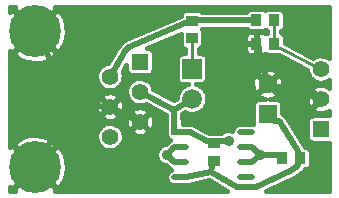
<source format=gbr>
G04 #@! TF.FileFunction,Copper,L1,Top,Signal*
%FSLAX46Y46*%
G04 Gerber Fmt 4.6, Leading zero omitted, Abs format (unit mm)*
G04 Created by KiCad (PCBNEW (after 2015-mar-04 BZR unknown)-product) date 25.04.2015 22:10:00*
%MOMM*%
G01*
G04 APERTURE LIST*
%ADD10C,0.100000*%
%ADD11R,0.889000X1.016000*%
%ADD12R,1.676400X1.676400*%
%ADD13C,1.676400*%
%ADD14R,1.600000X1.600000*%
%ADD15C,1.600000*%
%ADD16O,1.501140X0.508000*%
%ADD17R,1.501140X0.508000*%
%ADD18R,1.000000X0.900000*%
%ADD19R,0.900000X1.000000*%
%ADD20C,4.400000*%
%ADD21C,1.400000*%
%ADD22R,1.400000X1.400000*%
%ADD23C,0.900000*%
%ADD24C,0.250000*%
%ADD25C,0.500000*%
%ADD26C,0.400000*%
G04 APERTURE END LIST*
D10*
D11*
X178562000Y-87800000D03*
X177038000Y-87800000D03*
D12*
X171600000Y-89930000D03*
D13*
X171600000Y-92470000D03*
D14*
X178000000Y-93770000D03*
D15*
X178000000Y-91230000D03*
D16*
X176194000Y-95295000D03*
D17*
X170606000Y-95295000D03*
D16*
X176194000Y-96565000D03*
X176194000Y-97835000D03*
X176194000Y-99105000D03*
X170606000Y-96565000D03*
X170606000Y-97835000D03*
X170606000Y-99105000D03*
D18*
X173500000Y-96250000D03*
X173500000Y-97750000D03*
D19*
X179250000Y-97500000D03*
X180750000Y-97500000D03*
D18*
X171600000Y-87350000D03*
X171600000Y-85850000D03*
D19*
X178550000Y-85800000D03*
X177050000Y-85800000D03*
D20*
X158300000Y-86750000D03*
X158300000Y-98250000D03*
D21*
X167189960Y-91865000D03*
X164649960Y-93135000D03*
X167189960Y-94405000D03*
X164649960Y-90595000D03*
D22*
X167192500Y-89325000D03*
D21*
X164652500Y-95675000D03*
X182500000Y-92500000D03*
X182500000Y-89960000D03*
D22*
X182500000Y-95040000D03*
D23*
X174693900Y-96009300D03*
X169465800Y-97200000D03*
X177334200Y-97200000D03*
D24*
X179058300Y-88182900D02*
X182500000Y-89960000D01*
X179006500Y-88182900D02*
X179058300Y-88182900D01*
X178881500Y-88182900D02*
X179006500Y-88182900D01*
X178562000Y-87800000D02*
X178881500Y-88182900D01*
X178556000Y-87417000D02*
X178562000Y-87800000D01*
X178556000Y-87292000D02*
X178556000Y-87417000D01*
X178556000Y-86300000D02*
X178556000Y-87292000D01*
X178556000Y-86175000D02*
X178556000Y-86300000D01*
X178550000Y-85800000D02*
X178556000Y-86175000D01*
D25*
X164650000Y-93135000D02*
X167190000Y-94405000D01*
X161599700Y-93016300D02*
X164650000Y-93135000D01*
X161599700Y-93016300D02*
X158300000Y-98250000D01*
X158300000Y-86750000D02*
X161599700Y-93016300D01*
X178000000Y-91230000D02*
X182500000Y-92500000D01*
X177232500Y-88411600D02*
X178000000Y-91230000D01*
X177232500Y-88308000D02*
X177232500Y-88411600D01*
X177232500Y-88058000D02*
X177232500Y-88308000D01*
X177038000Y-87800000D02*
X177232500Y-88058000D01*
D24*
X171600000Y-89216800D02*
X171600000Y-89930000D01*
X171600000Y-89091800D02*
X171600000Y-89216800D01*
X171600000Y-87800000D02*
X171600000Y-89091800D01*
X171600000Y-87675000D02*
X171600000Y-87800000D01*
X171600000Y-87350000D02*
X171600000Y-87675000D01*
D25*
X173750000Y-96050000D02*
X173500000Y-96250000D01*
X174000000Y-96050000D02*
X173750000Y-96050000D01*
X174103600Y-96050000D02*
X174000000Y-96050000D01*
X174693900Y-96009300D02*
X174103600Y-96050000D01*
X173250000Y-96050000D02*
X173500000Y-96250000D01*
X173000000Y-96050000D02*
X173250000Y-96050000D01*
X172896400Y-96050000D02*
X173000000Y-96050000D01*
X171460200Y-95299000D02*
X172896400Y-96050000D01*
X171356600Y-95299000D02*
X171460200Y-95299000D01*
X171106600Y-95299000D02*
X171356600Y-95299000D01*
X170606000Y-95295000D02*
X171106600Y-95299000D01*
X170105400Y-95291000D02*
X170606000Y-95295000D01*
X170105400Y-95041000D02*
X170105400Y-95291000D01*
X170105400Y-94937400D02*
X170105400Y-95041000D01*
X170060200Y-93417200D02*
X170105400Y-94937400D01*
X167190000Y-91865000D02*
X170060200Y-93417200D01*
X170060200Y-93417200D02*
X171600000Y-92470000D01*
X180550000Y-97750000D02*
X180750000Y-97500000D01*
X180550000Y-98000000D02*
X180550000Y-97750000D01*
X180550000Y-98103600D02*
X180550000Y-98000000D01*
X180403600Y-98250000D02*
X180550000Y-98103600D01*
X179927900Y-98550100D02*
X180403600Y-98250000D01*
X177023700Y-99909100D02*
X179927900Y-98550100D01*
X176357500Y-99909100D02*
X177023700Y-99909100D01*
X175364300Y-99909100D02*
X176357500Y-99909100D01*
X173189000Y-98648600D02*
X175364300Y-99909100D01*
X171102600Y-99105000D02*
X170606000Y-99105000D01*
X173186700Y-98650800D02*
X171102600Y-99105000D01*
X173189000Y-98648600D02*
X173186700Y-98650800D01*
X173250000Y-98200000D02*
X173189000Y-98648600D01*
X173250000Y-97950000D02*
X173250000Y-98200000D01*
X173500000Y-97750000D02*
X173250000Y-97950000D01*
X178550000Y-94320000D02*
X178000000Y-93770000D01*
X178800000Y-94320000D02*
X178550000Y-94320000D01*
X178903600Y-94320000D02*
X178800000Y-94320000D01*
X179050000Y-94466400D02*
X178903600Y-94320000D01*
X180550000Y-96896400D02*
X179050000Y-94466400D01*
X180550000Y-97000000D02*
X180550000Y-96896400D01*
X180550000Y-97250000D02*
X180550000Y-97000000D01*
X180750000Y-97500000D02*
X180550000Y-97250000D01*
X170109400Y-97835000D02*
X169465800Y-97200000D01*
X170606000Y-97835000D02*
X170109400Y-97835000D01*
X176690600Y-96565000D02*
X176194000Y-96565000D01*
X177334200Y-97200000D02*
X176690600Y-96565000D01*
X170109400Y-96565000D02*
X169465800Y-97200000D01*
X170606000Y-96565000D02*
X170109400Y-96565000D01*
X179050000Y-97250000D02*
X179250000Y-97500000D01*
X178800000Y-97250000D02*
X179050000Y-97250000D01*
X178696400Y-97250000D02*
X178800000Y-97250000D01*
X177334200Y-97200000D02*
X178696400Y-97250000D01*
X176690600Y-97835000D02*
X177334200Y-97200000D01*
X176194000Y-97835000D02*
X176690600Y-97835000D01*
X176850000Y-85825000D02*
X177050000Y-85800000D01*
X176600000Y-85825000D02*
X176850000Y-85825000D01*
X172100000Y-85825000D02*
X176600000Y-85825000D01*
X171850000Y-85825000D02*
X172100000Y-85825000D01*
X171600000Y-85850000D02*
X171850000Y-85825000D01*
X171350000Y-86050000D02*
X171600000Y-85850000D01*
X171100000Y-86050000D02*
X171350000Y-86050000D01*
X170996400Y-86050000D02*
X171100000Y-86050000D01*
X166264600Y-88074900D02*
X170996400Y-86050000D01*
X165942400Y-88397100D02*
X166264600Y-88074900D01*
X164650000Y-90595000D02*
X165942400Y-88397100D01*
D26*
G36*
X183175000Y-89028084D02*
X183049614Y-88943510D01*
X182841710Y-88856115D01*
X182620789Y-88810766D01*
X182395268Y-88809192D01*
X182173736Y-88851451D01*
X181964632Y-88935935D01*
X181878783Y-88992112D01*
X179458677Y-87742505D01*
X179458677Y-87292000D01*
X179452742Y-87218977D01*
X179414850Y-87097797D01*
X179344763Y-86991929D01*
X179248006Y-86909718D01*
X179132209Y-86857648D01*
X179131000Y-86857476D01*
X179131000Y-86728113D01*
X179194203Y-86708350D01*
X179300071Y-86638263D01*
X179382282Y-86541506D01*
X179434352Y-86425709D01*
X179452177Y-86300000D01*
X179452177Y-85300000D01*
X179446242Y-85226977D01*
X179408350Y-85105797D01*
X179338263Y-84999929D01*
X179241506Y-84917718D01*
X179125709Y-84865648D01*
X179000000Y-84847823D01*
X178100000Y-84847823D01*
X178026977Y-84853758D01*
X177905797Y-84891650D01*
X177799929Y-84961737D01*
X177797155Y-84965001D01*
X177741506Y-84917718D01*
X177625709Y-84865648D01*
X177500000Y-84847823D01*
X176600000Y-84847823D01*
X176526977Y-84853758D01*
X176405797Y-84891650D01*
X176299929Y-84961737D01*
X176217718Y-85058494D01*
X176187812Y-85125000D01*
X172454860Y-85125000D01*
X172438263Y-85099929D01*
X172341506Y-85017718D01*
X172225709Y-84965648D01*
X172100000Y-84947823D01*
X171100000Y-84947823D01*
X171026977Y-84953758D01*
X170905797Y-84991650D01*
X170799929Y-85061737D01*
X170717718Y-85158494D01*
X170665648Y-85274291D01*
X170647823Y-85400000D01*
X170647823Y-85437766D01*
X165989203Y-87431350D01*
X165936603Y-87460228D01*
X165883353Y-87487831D01*
X165876802Y-87493060D01*
X165869448Y-87497098D01*
X165823459Y-87535643D01*
X165776585Y-87573062D01*
X165769626Y-87579925D01*
X165447425Y-87902125D01*
X165437530Y-87914170D01*
X165425945Y-87924582D01*
X165394254Y-87966856D01*
X165360711Y-88007693D01*
X165353349Y-88021422D01*
X165344001Y-88033893D01*
X165338988Y-88042284D01*
X164510779Y-89450763D01*
X164323696Y-89486451D01*
X164114592Y-89570935D01*
X163925879Y-89694425D01*
X163764747Y-89852218D01*
X163637332Y-90038303D01*
X163548487Y-90245592D01*
X163501598Y-90466191D01*
X163498449Y-90691695D01*
X163539161Y-90913517D01*
X163622182Y-91123206D01*
X163744352Y-91312776D01*
X163901016Y-91475006D01*
X164086207Y-91603717D01*
X164292871Y-91694007D01*
X164513137Y-91742435D01*
X164738614Y-91747158D01*
X164960714Y-91707996D01*
X165170978Y-91626440D01*
X165361396Y-91505597D01*
X165524716Y-91350069D01*
X165654717Y-91165781D01*
X165746447Y-90959753D01*
X165796412Y-90739831D01*
X165800009Y-90482237D01*
X165756204Y-90261005D01*
X165715917Y-90163263D01*
X166040323Y-89611568D01*
X166040323Y-90025000D01*
X166046258Y-90098023D01*
X166084150Y-90219203D01*
X166154237Y-90325071D01*
X166250994Y-90407282D01*
X166366791Y-90459352D01*
X166492500Y-90477177D01*
X167892500Y-90477177D01*
X167965523Y-90471242D01*
X168086703Y-90433350D01*
X168192571Y-90363263D01*
X168274782Y-90266506D01*
X168326852Y-90150709D01*
X168344677Y-90025000D01*
X168344677Y-88625000D01*
X168338742Y-88551977D01*
X168300850Y-88430797D01*
X168230763Y-88324929D01*
X168134006Y-88242718D01*
X168018209Y-88190648D01*
X167892500Y-88172823D01*
X167815021Y-88172823D01*
X170647823Y-86960569D01*
X170647823Y-87800000D01*
X170653758Y-87873023D01*
X170691650Y-87994203D01*
X170761737Y-88100071D01*
X170858494Y-88182282D01*
X170974291Y-88234352D01*
X171025000Y-88241542D01*
X171025000Y-88639623D01*
X170761800Y-88639623D01*
X170688777Y-88645558D01*
X170567597Y-88683450D01*
X170461729Y-88753537D01*
X170379518Y-88850294D01*
X170327448Y-88966091D01*
X170309623Y-89091800D01*
X170309623Y-90768200D01*
X170315558Y-90841223D01*
X170353450Y-90962403D01*
X170423537Y-91068271D01*
X170520294Y-91150482D01*
X170636091Y-91202552D01*
X170761800Y-91220377D01*
X171275705Y-91220377D01*
X171234528Y-91228232D01*
X171000294Y-91322869D01*
X170788903Y-91461199D01*
X170608407Y-91637955D01*
X170465680Y-91846402D01*
X170366159Y-92078602D01*
X170313634Y-92325711D01*
X170312031Y-92440448D01*
X170037679Y-92609215D01*
X168326455Y-91683787D01*
X168296204Y-91531005D01*
X168210262Y-91322496D01*
X168085458Y-91134650D01*
X167926544Y-90974623D01*
X167739574Y-90848510D01*
X167531670Y-90761115D01*
X167310749Y-90715766D01*
X167085228Y-90714192D01*
X166863696Y-90756451D01*
X166654592Y-90840935D01*
X166465879Y-90964425D01*
X166304747Y-91122218D01*
X166177332Y-91308303D01*
X166088487Y-91515592D01*
X166041598Y-91736191D01*
X166038449Y-91961695D01*
X166079161Y-92183517D01*
X166162182Y-92393206D01*
X166284352Y-92582776D01*
X166441016Y-92745006D01*
X166626207Y-92873717D01*
X166832871Y-92964007D01*
X167053137Y-93012435D01*
X167278614Y-93017158D01*
X167500714Y-92977996D01*
X167661326Y-92915698D01*
X169372494Y-93841095D01*
X169405400Y-94947811D01*
X169405400Y-95025858D01*
X169403253Y-95041000D01*
X169403253Y-95549000D01*
X169409188Y-95622023D01*
X169447080Y-95743203D01*
X169517167Y-95849071D01*
X169613924Y-95931282D01*
X169716402Y-95977363D01*
X169714033Y-95978623D01*
X169607559Y-96065462D01*
X169556627Y-96127027D01*
X169381503Y-96299811D01*
X169210463Y-96332440D01*
X169046816Y-96398557D01*
X168899128Y-96495202D01*
X168773024Y-96618692D01*
X168673308Y-96764324D01*
X168603777Y-96926550D01*
X168567081Y-97099193D01*
X168564617Y-97275674D01*
X168596478Y-97449274D01*
X168661452Y-97613379D01*
X168757063Y-97761738D01*
X168879670Y-97888701D01*
X169024602Y-97989431D01*
X169186339Y-98060093D01*
X169358721Y-98097993D01*
X169379724Y-98098433D01*
X169557171Y-98273509D01*
X169600632Y-98327563D01*
X169705884Y-98415880D01*
X169804895Y-98470311D01*
X169714033Y-98518623D01*
X169607559Y-98605462D01*
X169519979Y-98711328D01*
X169454629Y-98832189D01*
X169414000Y-98963441D01*
X169399638Y-99100085D01*
X169412091Y-99236916D01*
X169450884Y-99368723D01*
X169514539Y-99490485D01*
X169600632Y-99597563D01*
X169705884Y-99685880D01*
X169826286Y-99752071D01*
X169957251Y-99793616D01*
X170093792Y-99808931D01*
X170103621Y-99809000D01*
X171108379Y-99809000D01*
X171245120Y-99795592D01*
X171307295Y-99776820D01*
X173075002Y-99391573D01*
X174599570Y-100275000D01*
X168395748Y-100275000D01*
X168395748Y-94398333D01*
X168371279Y-94163224D01*
X168301412Y-93937406D01*
X168196239Y-93740643D01*
X167991434Y-93679893D01*
X167915067Y-93756260D01*
X167915067Y-93603526D01*
X167854317Y-93398721D01*
X167645236Y-93288447D01*
X167418659Y-93221081D01*
X167183293Y-93199212D01*
X166948184Y-93223681D01*
X166722366Y-93293548D01*
X166525603Y-93398721D01*
X166464853Y-93603526D01*
X167189960Y-94328632D01*
X167915067Y-93603526D01*
X167915067Y-93756260D01*
X167266328Y-94405000D01*
X167991434Y-95130107D01*
X168196239Y-95069357D01*
X168306513Y-94860276D01*
X168373879Y-94633699D01*
X168395748Y-94398333D01*
X168395748Y-100275000D01*
X167915067Y-100275000D01*
X167915067Y-95206474D01*
X167189960Y-94481368D01*
X167113592Y-94557735D01*
X167113592Y-94405000D01*
X166388486Y-93679893D01*
X166183681Y-93740643D01*
X166073407Y-93949724D01*
X166006041Y-94176301D01*
X165984172Y-94411667D01*
X166008641Y-94646776D01*
X166078508Y-94872594D01*
X166183681Y-95069357D01*
X166388486Y-95130107D01*
X167113592Y-94405000D01*
X167113592Y-94557735D01*
X166464853Y-95206474D01*
X166525603Y-95411279D01*
X166734684Y-95521553D01*
X166961261Y-95588919D01*
X167196627Y-95610788D01*
X167431736Y-95586319D01*
X167657554Y-95516452D01*
X167854317Y-95411279D01*
X167915067Y-95206474D01*
X167915067Y-100275000D01*
X165855748Y-100275000D01*
X165855748Y-93128333D01*
X165831279Y-92893224D01*
X165761412Y-92667406D01*
X165656239Y-92470643D01*
X165451434Y-92409893D01*
X165375067Y-92486260D01*
X165375067Y-92333526D01*
X165314317Y-92128721D01*
X165105236Y-92018447D01*
X164878659Y-91951081D01*
X164643293Y-91929212D01*
X164408184Y-91953681D01*
X164182366Y-92023548D01*
X163985603Y-92128721D01*
X163924853Y-92333526D01*
X164649960Y-93058632D01*
X165375067Y-92333526D01*
X165375067Y-92486260D01*
X164726328Y-93135000D01*
X165451434Y-93860107D01*
X165656239Y-93799357D01*
X165766513Y-93590276D01*
X165833879Y-93363699D01*
X165855748Y-93128333D01*
X165855748Y-100275000D01*
X165802549Y-100275000D01*
X165802549Y-95562237D01*
X165758744Y-95341005D01*
X165672802Y-95132496D01*
X165547998Y-94944650D01*
X165389084Y-94784623D01*
X165375067Y-94775168D01*
X165375067Y-93936474D01*
X164649960Y-93211368D01*
X164573592Y-93287735D01*
X164573592Y-93135000D01*
X163848486Y-92409893D01*
X163643681Y-92470643D01*
X163533407Y-92679724D01*
X163466041Y-92906301D01*
X163444172Y-93141667D01*
X163468641Y-93376776D01*
X163538508Y-93602594D01*
X163643681Y-93799357D01*
X163848486Y-93860107D01*
X164573592Y-93135000D01*
X164573592Y-93287735D01*
X163924853Y-93936474D01*
X163985603Y-94141279D01*
X164194684Y-94251553D01*
X164421261Y-94318919D01*
X164656627Y-94340788D01*
X164891736Y-94316319D01*
X165117554Y-94246452D01*
X165314317Y-94141279D01*
X165375067Y-93936474D01*
X165375067Y-94775168D01*
X165202114Y-94658510D01*
X164994210Y-94571115D01*
X164773289Y-94525766D01*
X164547768Y-94524192D01*
X164326236Y-94566451D01*
X164117132Y-94650935D01*
X163928419Y-94774425D01*
X163767287Y-94932218D01*
X163639872Y-95118303D01*
X163551027Y-95325592D01*
X163504138Y-95546191D01*
X163500989Y-95771695D01*
X163541701Y-95993517D01*
X163624722Y-96203206D01*
X163746892Y-96392776D01*
X163903556Y-96555006D01*
X164088747Y-96683717D01*
X164295411Y-96774007D01*
X164515677Y-96822435D01*
X164741154Y-96827158D01*
X164963254Y-96787996D01*
X165173518Y-96706440D01*
X165363936Y-96585597D01*
X165527256Y-96430069D01*
X165657257Y-96245781D01*
X165748987Y-96039753D01*
X165798952Y-95819831D01*
X165802549Y-95562237D01*
X165802549Y-100275000D01*
X161012556Y-100275000D01*
X161012556Y-98302535D01*
X161012556Y-86802535D01*
X160970684Y-86272332D01*
X160826180Y-85760486D01*
X160584596Y-85286667D01*
X160526221Y-85199304D01*
X160167823Y-84958544D01*
X158376368Y-86750000D01*
X160167823Y-88541456D01*
X160526221Y-88300696D01*
X160785970Y-87836586D01*
X160950186Y-87330719D01*
X161012556Y-86802535D01*
X161012556Y-98302535D01*
X160970684Y-97772332D01*
X160826180Y-97260486D01*
X160584596Y-96786667D01*
X160526221Y-96699304D01*
X160167823Y-96458544D01*
X160091456Y-96534911D01*
X160091456Y-96382177D01*
X160091456Y-88617823D01*
X158300000Y-86826368D01*
X156508544Y-88617823D01*
X156749304Y-88976221D01*
X157213414Y-89235970D01*
X157719281Y-89400186D01*
X158247465Y-89462556D01*
X158777668Y-89420684D01*
X159289514Y-89276180D01*
X159763333Y-89034596D01*
X159850696Y-88976221D01*
X160091456Y-88617823D01*
X160091456Y-96382177D01*
X159850696Y-96023779D01*
X159386586Y-95764030D01*
X158880719Y-95599814D01*
X158352535Y-95537444D01*
X157822332Y-95579316D01*
X157310486Y-95723820D01*
X156836667Y-95965404D01*
X156749304Y-96023779D01*
X156508544Y-96382177D01*
X158300000Y-98173632D01*
X160091456Y-96382177D01*
X160091456Y-96534911D01*
X158376368Y-98250000D01*
X160167823Y-100041456D01*
X160526221Y-99800696D01*
X160785970Y-99336586D01*
X160950186Y-98830719D01*
X161012556Y-98302535D01*
X161012556Y-100275000D01*
X159985869Y-100275000D01*
X160091456Y-100117823D01*
X158300000Y-98326368D01*
X156508544Y-100117823D01*
X156614130Y-100275000D01*
X156225000Y-100275000D01*
X156225000Y-99902281D01*
X156432177Y-100041456D01*
X158223632Y-98250000D01*
X156432177Y-96458544D01*
X156225000Y-96597718D01*
X156225000Y-88402281D01*
X156432177Y-88541456D01*
X158223632Y-86750000D01*
X156432177Y-84958544D01*
X156225000Y-85097718D01*
X156225000Y-84725000D01*
X156614130Y-84725000D01*
X156508544Y-84882177D01*
X158300000Y-86673632D01*
X160091456Y-84882177D01*
X159985869Y-84725000D01*
X183175000Y-84725000D01*
X183175000Y-89028084D01*
X183175000Y-89028084D01*
G37*
X183175000Y-89028084D02*
X183049614Y-88943510D01*
X182841710Y-88856115D01*
X182620789Y-88810766D01*
X182395268Y-88809192D01*
X182173736Y-88851451D01*
X181964632Y-88935935D01*
X181878783Y-88992112D01*
X179458677Y-87742505D01*
X179458677Y-87292000D01*
X179452742Y-87218977D01*
X179414850Y-87097797D01*
X179344763Y-86991929D01*
X179248006Y-86909718D01*
X179132209Y-86857648D01*
X179131000Y-86857476D01*
X179131000Y-86728113D01*
X179194203Y-86708350D01*
X179300071Y-86638263D01*
X179382282Y-86541506D01*
X179434352Y-86425709D01*
X179452177Y-86300000D01*
X179452177Y-85300000D01*
X179446242Y-85226977D01*
X179408350Y-85105797D01*
X179338263Y-84999929D01*
X179241506Y-84917718D01*
X179125709Y-84865648D01*
X179000000Y-84847823D01*
X178100000Y-84847823D01*
X178026977Y-84853758D01*
X177905797Y-84891650D01*
X177799929Y-84961737D01*
X177797155Y-84965001D01*
X177741506Y-84917718D01*
X177625709Y-84865648D01*
X177500000Y-84847823D01*
X176600000Y-84847823D01*
X176526977Y-84853758D01*
X176405797Y-84891650D01*
X176299929Y-84961737D01*
X176217718Y-85058494D01*
X176187812Y-85125000D01*
X172454860Y-85125000D01*
X172438263Y-85099929D01*
X172341506Y-85017718D01*
X172225709Y-84965648D01*
X172100000Y-84947823D01*
X171100000Y-84947823D01*
X171026977Y-84953758D01*
X170905797Y-84991650D01*
X170799929Y-85061737D01*
X170717718Y-85158494D01*
X170665648Y-85274291D01*
X170647823Y-85400000D01*
X170647823Y-85437766D01*
X165989203Y-87431350D01*
X165936603Y-87460228D01*
X165883353Y-87487831D01*
X165876802Y-87493060D01*
X165869448Y-87497098D01*
X165823459Y-87535643D01*
X165776585Y-87573062D01*
X165769626Y-87579925D01*
X165447425Y-87902125D01*
X165437530Y-87914170D01*
X165425945Y-87924582D01*
X165394254Y-87966856D01*
X165360711Y-88007693D01*
X165353349Y-88021422D01*
X165344001Y-88033893D01*
X165338988Y-88042284D01*
X164510779Y-89450763D01*
X164323696Y-89486451D01*
X164114592Y-89570935D01*
X163925879Y-89694425D01*
X163764747Y-89852218D01*
X163637332Y-90038303D01*
X163548487Y-90245592D01*
X163501598Y-90466191D01*
X163498449Y-90691695D01*
X163539161Y-90913517D01*
X163622182Y-91123206D01*
X163744352Y-91312776D01*
X163901016Y-91475006D01*
X164086207Y-91603717D01*
X164292871Y-91694007D01*
X164513137Y-91742435D01*
X164738614Y-91747158D01*
X164960714Y-91707996D01*
X165170978Y-91626440D01*
X165361396Y-91505597D01*
X165524716Y-91350069D01*
X165654717Y-91165781D01*
X165746447Y-90959753D01*
X165796412Y-90739831D01*
X165800009Y-90482237D01*
X165756204Y-90261005D01*
X165715917Y-90163263D01*
X166040323Y-89611568D01*
X166040323Y-90025000D01*
X166046258Y-90098023D01*
X166084150Y-90219203D01*
X166154237Y-90325071D01*
X166250994Y-90407282D01*
X166366791Y-90459352D01*
X166492500Y-90477177D01*
X167892500Y-90477177D01*
X167965523Y-90471242D01*
X168086703Y-90433350D01*
X168192571Y-90363263D01*
X168274782Y-90266506D01*
X168326852Y-90150709D01*
X168344677Y-90025000D01*
X168344677Y-88625000D01*
X168338742Y-88551977D01*
X168300850Y-88430797D01*
X168230763Y-88324929D01*
X168134006Y-88242718D01*
X168018209Y-88190648D01*
X167892500Y-88172823D01*
X167815021Y-88172823D01*
X170647823Y-86960569D01*
X170647823Y-87800000D01*
X170653758Y-87873023D01*
X170691650Y-87994203D01*
X170761737Y-88100071D01*
X170858494Y-88182282D01*
X170974291Y-88234352D01*
X171025000Y-88241542D01*
X171025000Y-88639623D01*
X170761800Y-88639623D01*
X170688777Y-88645558D01*
X170567597Y-88683450D01*
X170461729Y-88753537D01*
X170379518Y-88850294D01*
X170327448Y-88966091D01*
X170309623Y-89091800D01*
X170309623Y-90768200D01*
X170315558Y-90841223D01*
X170353450Y-90962403D01*
X170423537Y-91068271D01*
X170520294Y-91150482D01*
X170636091Y-91202552D01*
X170761800Y-91220377D01*
X171275705Y-91220377D01*
X171234528Y-91228232D01*
X171000294Y-91322869D01*
X170788903Y-91461199D01*
X170608407Y-91637955D01*
X170465680Y-91846402D01*
X170366159Y-92078602D01*
X170313634Y-92325711D01*
X170312031Y-92440448D01*
X170037679Y-92609215D01*
X168326455Y-91683787D01*
X168296204Y-91531005D01*
X168210262Y-91322496D01*
X168085458Y-91134650D01*
X167926544Y-90974623D01*
X167739574Y-90848510D01*
X167531670Y-90761115D01*
X167310749Y-90715766D01*
X167085228Y-90714192D01*
X166863696Y-90756451D01*
X166654592Y-90840935D01*
X166465879Y-90964425D01*
X166304747Y-91122218D01*
X166177332Y-91308303D01*
X166088487Y-91515592D01*
X166041598Y-91736191D01*
X166038449Y-91961695D01*
X166079161Y-92183517D01*
X166162182Y-92393206D01*
X166284352Y-92582776D01*
X166441016Y-92745006D01*
X166626207Y-92873717D01*
X166832871Y-92964007D01*
X167053137Y-93012435D01*
X167278614Y-93017158D01*
X167500714Y-92977996D01*
X167661326Y-92915698D01*
X169372494Y-93841095D01*
X169405400Y-94947811D01*
X169405400Y-95025858D01*
X169403253Y-95041000D01*
X169403253Y-95549000D01*
X169409188Y-95622023D01*
X169447080Y-95743203D01*
X169517167Y-95849071D01*
X169613924Y-95931282D01*
X169716402Y-95977363D01*
X169714033Y-95978623D01*
X169607559Y-96065462D01*
X169556627Y-96127027D01*
X169381503Y-96299811D01*
X169210463Y-96332440D01*
X169046816Y-96398557D01*
X168899128Y-96495202D01*
X168773024Y-96618692D01*
X168673308Y-96764324D01*
X168603777Y-96926550D01*
X168567081Y-97099193D01*
X168564617Y-97275674D01*
X168596478Y-97449274D01*
X168661452Y-97613379D01*
X168757063Y-97761738D01*
X168879670Y-97888701D01*
X169024602Y-97989431D01*
X169186339Y-98060093D01*
X169358721Y-98097993D01*
X169379724Y-98098433D01*
X169557171Y-98273509D01*
X169600632Y-98327563D01*
X169705884Y-98415880D01*
X169804895Y-98470311D01*
X169714033Y-98518623D01*
X169607559Y-98605462D01*
X169519979Y-98711328D01*
X169454629Y-98832189D01*
X169414000Y-98963441D01*
X169399638Y-99100085D01*
X169412091Y-99236916D01*
X169450884Y-99368723D01*
X169514539Y-99490485D01*
X169600632Y-99597563D01*
X169705884Y-99685880D01*
X169826286Y-99752071D01*
X169957251Y-99793616D01*
X170093792Y-99808931D01*
X170103621Y-99809000D01*
X171108379Y-99809000D01*
X171245120Y-99795592D01*
X171307295Y-99776820D01*
X173075002Y-99391573D01*
X174599570Y-100275000D01*
X168395748Y-100275000D01*
X168395748Y-94398333D01*
X168371279Y-94163224D01*
X168301412Y-93937406D01*
X168196239Y-93740643D01*
X167991434Y-93679893D01*
X167915067Y-93756260D01*
X167915067Y-93603526D01*
X167854317Y-93398721D01*
X167645236Y-93288447D01*
X167418659Y-93221081D01*
X167183293Y-93199212D01*
X166948184Y-93223681D01*
X166722366Y-93293548D01*
X166525603Y-93398721D01*
X166464853Y-93603526D01*
X167189960Y-94328632D01*
X167915067Y-93603526D01*
X167915067Y-93756260D01*
X167266328Y-94405000D01*
X167991434Y-95130107D01*
X168196239Y-95069357D01*
X168306513Y-94860276D01*
X168373879Y-94633699D01*
X168395748Y-94398333D01*
X168395748Y-100275000D01*
X167915067Y-100275000D01*
X167915067Y-95206474D01*
X167189960Y-94481368D01*
X167113592Y-94557735D01*
X167113592Y-94405000D01*
X166388486Y-93679893D01*
X166183681Y-93740643D01*
X166073407Y-93949724D01*
X166006041Y-94176301D01*
X165984172Y-94411667D01*
X166008641Y-94646776D01*
X166078508Y-94872594D01*
X166183681Y-95069357D01*
X166388486Y-95130107D01*
X167113592Y-94405000D01*
X167113592Y-94557735D01*
X166464853Y-95206474D01*
X166525603Y-95411279D01*
X166734684Y-95521553D01*
X166961261Y-95588919D01*
X167196627Y-95610788D01*
X167431736Y-95586319D01*
X167657554Y-95516452D01*
X167854317Y-95411279D01*
X167915067Y-95206474D01*
X167915067Y-100275000D01*
X165855748Y-100275000D01*
X165855748Y-93128333D01*
X165831279Y-92893224D01*
X165761412Y-92667406D01*
X165656239Y-92470643D01*
X165451434Y-92409893D01*
X165375067Y-92486260D01*
X165375067Y-92333526D01*
X165314317Y-92128721D01*
X165105236Y-92018447D01*
X164878659Y-91951081D01*
X164643293Y-91929212D01*
X164408184Y-91953681D01*
X164182366Y-92023548D01*
X163985603Y-92128721D01*
X163924853Y-92333526D01*
X164649960Y-93058632D01*
X165375067Y-92333526D01*
X165375067Y-92486260D01*
X164726328Y-93135000D01*
X165451434Y-93860107D01*
X165656239Y-93799357D01*
X165766513Y-93590276D01*
X165833879Y-93363699D01*
X165855748Y-93128333D01*
X165855748Y-100275000D01*
X165802549Y-100275000D01*
X165802549Y-95562237D01*
X165758744Y-95341005D01*
X165672802Y-95132496D01*
X165547998Y-94944650D01*
X165389084Y-94784623D01*
X165375067Y-94775168D01*
X165375067Y-93936474D01*
X164649960Y-93211368D01*
X164573592Y-93287735D01*
X164573592Y-93135000D01*
X163848486Y-92409893D01*
X163643681Y-92470643D01*
X163533407Y-92679724D01*
X163466041Y-92906301D01*
X163444172Y-93141667D01*
X163468641Y-93376776D01*
X163538508Y-93602594D01*
X163643681Y-93799357D01*
X163848486Y-93860107D01*
X164573592Y-93135000D01*
X164573592Y-93287735D01*
X163924853Y-93936474D01*
X163985603Y-94141279D01*
X164194684Y-94251553D01*
X164421261Y-94318919D01*
X164656627Y-94340788D01*
X164891736Y-94316319D01*
X165117554Y-94246452D01*
X165314317Y-94141279D01*
X165375067Y-93936474D01*
X165375067Y-94775168D01*
X165202114Y-94658510D01*
X164994210Y-94571115D01*
X164773289Y-94525766D01*
X164547768Y-94524192D01*
X164326236Y-94566451D01*
X164117132Y-94650935D01*
X163928419Y-94774425D01*
X163767287Y-94932218D01*
X163639872Y-95118303D01*
X163551027Y-95325592D01*
X163504138Y-95546191D01*
X163500989Y-95771695D01*
X163541701Y-95993517D01*
X163624722Y-96203206D01*
X163746892Y-96392776D01*
X163903556Y-96555006D01*
X164088747Y-96683717D01*
X164295411Y-96774007D01*
X164515677Y-96822435D01*
X164741154Y-96827158D01*
X164963254Y-96787996D01*
X165173518Y-96706440D01*
X165363936Y-96585597D01*
X165527256Y-96430069D01*
X165657257Y-96245781D01*
X165748987Y-96039753D01*
X165798952Y-95819831D01*
X165802549Y-95562237D01*
X165802549Y-100275000D01*
X161012556Y-100275000D01*
X161012556Y-98302535D01*
X161012556Y-86802535D01*
X160970684Y-86272332D01*
X160826180Y-85760486D01*
X160584596Y-85286667D01*
X160526221Y-85199304D01*
X160167823Y-84958544D01*
X158376368Y-86750000D01*
X160167823Y-88541456D01*
X160526221Y-88300696D01*
X160785970Y-87836586D01*
X160950186Y-87330719D01*
X161012556Y-86802535D01*
X161012556Y-98302535D01*
X160970684Y-97772332D01*
X160826180Y-97260486D01*
X160584596Y-96786667D01*
X160526221Y-96699304D01*
X160167823Y-96458544D01*
X160091456Y-96534911D01*
X160091456Y-96382177D01*
X160091456Y-88617823D01*
X158300000Y-86826368D01*
X156508544Y-88617823D01*
X156749304Y-88976221D01*
X157213414Y-89235970D01*
X157719281Y-89400186D01*
X158247465Y-89462556D01*
X158777668Y-89420684D01*
X159289514Y-89276180D01*
X159763333Y-89034596D01*
X159850696Y-88976221D01*
X160091456Y-88617823D01*
X160091456Y-96382177D01*
X159850696Y-96023779D01*
X159386586Y-95764030D01*
X158880719Y-95599814D01*
X158352535Y-95537444D01*
X157822332Y-95579316D01*
X157310486Y-95723820D01*
X156836667Y-95965404D01*
X156749304Y-96023779D01*
X156508544Y-96382177D01*
X158300000Y-98173632D01*
X160091456Y-96382177D01*
X160091456Y-96534911D01*
X158376368Y-98250000D01*
X160167823Y-100041456D01*
X160526221Y-99800696D01*
X160785970Y-99336586D01*
X160950186Y-98830719D01*
X161012556Y-98302535D01*
X161012556Y-100275000D01*
X159985869Y-100275000D01*
X160091456Y-100117823D01*
X158300000Y-98326368D01*
X156508544Y-100117823D01*
X156614130Y-100275000D01*
X156225000Y-100275000D01*
X156225000Y-99902281D01*
X156432177Y-100041456D01*
X158223632Y-98250000D01*
X156432177Y-96458544D01*
X156225000Y-96597718D01*
X156225000Y-88402281D01*
X156432177Y-88541456D01*
X158223632Y-86750000D01*
X156432177Y-84958544D01*
X156225000Y-85097718D01*
X156225000Y-84725000D01*
X156614130Y-84725000D01*
X156508544Y-84882177D01*
X158300000Y-86673632D01*
X160091456Y-84882177D01*
X159985869Y-84725000D01*
X183175000Y-84725000D01*
X183175000Y-89028084D01*
G36*
X183175000Y-100275000D02*
X177893355Y-100275000D01*
X180224584Y-99184118D01*
X180258058Y-99164260D01*
X180293088Y-99147292D01*
X180301391Y-99142134D01*
X180777090Y-98842035D01*
X180780744Y-98839195D01*
X180784847Y-98837069D01*
X180834620Y-98797335D01*
X180884971Y-98758215D01*
X180888002Y-98754721D01*
X180891615Y-98751838D01*
X180898575Y-98744975D01*
X181044975Y-98598575D01*
X181086040Y-98548580D01*
X181127579Y-98499077D01*
X181129351Y-98495852D01*
X181131689Y-98493007D01*
X181153581Y-98452177D01*
X181200000Y-98452177D01*
X181273023Y-98446242D01*
X181394203Y-98408350D01*
X181500071Y-98338263D01*
X181582282Y-98241506D01*
X181634352Y-98125709D01*
X181652177Y-98000000D01*
X181652177Y-97000000D01*
X181646242Y-96926977D01*
X181608350Y-96805797D01*
X181538263Y-96699929D01*
X181441506Y-96617718D01*
X181325709Y-96565648D01*
X181200000Y-96547823D01*
X181155814Y-96547823D01*
X181150732Y-96537065D01*
X181145656Y-96528712D01*
X179645655Y-94098712D01*
X179640775Y-94092303D01*
X179637069Y-94085153D01*
X179599447Y-94038025D01*
X179562894Y-93990017D01*
X179556860Y-93984676D01*
X179551838Y-93978385D01*
X179544975Y-93971425D01*
X179398575Y-93825025D01*
X179348580Y-93783959D01*
X179306287Y-93748470D01*
X179306287Y-91227283D01*
X179280657Y-90972491D01*
X179205812Y-90727595D01*
X179087648Y-90506525D01*
X178872609Y-90433759D01*
X178796241Y-90510127D01*
X178796241Y-90357391D01*
X178723475Y-90142352D01*
X178497384Y-90022108D01*
X178252178Y-89948283D01*
X177997283Y-89923713D01*
X177742491Y-89949343D01*
X177497595Y-90024188D01*
X177276525Y-90142352D01*
X177203759Y-90357391D01*
X178000000Y-91153632D01*
X178796241Y-90357391D01*
X178796241Y-90510127D01*
X178076368Y-91230000D01*
X178872609Y-92026241D01*
X179087648Y-91953475D01*
X179207892Y-91727384D01*
X179281717Y-91482178D01*
X179306287Y-91227283D01*
X179306287Y-93748470D01*
X179299077Y-93742421D01*
X179295852Y-93740648D01*
X179293007Y-93738311D01*
X179252177Y-93716418D01*
X179252177Y-92970000D01*
X179246242Y-92896977D01*
X179208350Y-92775797D01*
X179138263Y-92669929D01*
X179041506Y-92587718D01*
X178925709Y-92535648D01*
X178800000Y-92517823D01*
X178186270Y-92517823D01*
X178257509Y-92510657D01*
X178502405Y-92435812D01*
X178723475Y-92317648D01*
X178796241Y-92102609D01*
X178000000Y-91306368D01*
X177923632Y-91382736D01*
X177923632Y-91230000D01*
X177127391Y-90433759D01*
X176984000Y-90482280D01*
X176984000Y-88683000D01*
X176984000Y-87854000D01*
X176984000Y-87746000D01*
X176984000Y-86917000D01*
X176859000Y-86792000D01*
X176544254Y-86792000D01*
X176447655Y-86811215D01*
X176356661Y-86848906D01*
X176274768Y-86903625D01*
X176205124Y-86973269D01*
X176150406Y-87055161D01*
X176112715Y-87146156D01*
X176093500Y-87242755D01*
X176093500Y-87341246D01*
X176093500Y-87621000D01*
X176218500Y-87746000D01*
X176984000Y-87746000D01*
X176984000Y-87854000D01*
X176218500Y-87854000D01*
X176093500Y-87979000D01*
X176093500Y-88258754D01*
X176093500Y-88357245D01*
X176112715Y-88453844D01*
X176150406Y-88544839D01*
X176205124Y-88626731D01*
X176274768Y-88696375D01*
X176356661Y-88751094D01*
X176447655Y-88788785D01*
X176544254Y-88808000D01*
X176859000Y-88808000D01*
X176984000Y-88683000D01*
X176984000Y-90482280D01*
X176912352Y-90506525D01*
X176792108Y-90732616D01*
X176718283Y-90977822D01*
X176693713Y-91232717D01*
X176719343Y-91487509D01*
X176794188Y-91732405D01*
X176912352Y-91953475D01*
X177127391Y-92026241D01*
X177923632Y-91230000D01*
X177923632Y-91382736D01*
X177203759Y-92102609D01*
X177276525Y-92317648D01*
X177502616Y-92437892D01*
X177747822Y-92511717D01*
X177811167Y-92517823D01*
X177200000Y-92517823D01*
X177126977Y-92523758D01*
X177005797Y-92561650D01*
X176899929Y-92631737D01*
X176817718Y-92728494D01*
X176765648Y-92844291D01*
X176747823Y-92970000D01*
X176747823Y-94570000D01*
X176749934Y-94595973D01*
X176706208Y-94591069D01*
X176696379Y-94591000D01*
X175691621Y-94591000D01*
X175554880Y-94604408D01*
X175423347Y-94644120D01*
X175302033Y-94708623D01*
X175195559Y-94795462D01*
X175107979Y-94901328D01*
X175042629Y-95022189D01*
X175002000Y-95153441D01*
X175001089Y-95162104D01*
X174961325Y-95145389D01*
X174788431Y-95109899D01*
X174611936Y-95108667D01*
X174438563Y-95141740D01*
X174274916Y-95207857D01*
X174127228Y-95304502D01*
X174080863Y-95349905D01*
X174079498Y-95350000D01*
X174015353Y-95350000D01*
X174000000Y-95347823D01*
X173064208Y-95347823D01*
X171784566Y-94678688D01*
X171759576Y-94668588D01*
X171735959Y-94655605D01*
X171696392Y-94643053D01*
X171657903Y-94627499D01*
X171631426Y-94622445D01*
X171605738Y-94614297D01*
X171564486Y-94609669D01*
X171523709Y-94601887D01*
X171496759Y-94602072D01*
X171469974Y-94599068D01*
X171460200Y-94599000D01*
X171428342Y-94599000D01*
X171356570Y-94588823D01*
X170795345Y-94588823D01*
X170771927Y-93801222D01*
X171044887Y-93633312D01*
X171199998Y-93701079D01*
X171446734Y-93755327D01*
X171699308Y-93760618D01*
X171948099Y-93716749D01*
X172183631Y-93625393D01*
X172396933Y-93490027D01*
X172579879Y-93315809D01*
X172725503Y-93109375D01*
X172828256Y-92878587D01*
X172884226Y-92632235D01*
X172888255Y-92343685D01*
X172839186Y-92095868D01*
X172742917Y-91862301D01*
X172603114Y-91651880D01*
X172425103Y-91472622D01*
X172215664Y-91331354D01*
X171982774Y-91233456D01*
X171919057Y-91220377D01*
X172438200Y-91220377D01*
X172511223Y-91214442D01*
X172632403Y-91176550D01*
X172738271Y-91106463D01*
X172820482Y-91009706D01*
X172872552Y-90893909D01*
X172890377Y-90768200D01*
X172890377Y-89091800D01*
X172884442Y-89018777D01*
X172846550Y-88897597D01*
X172776463Y-88791729D01*
X172679706Y-88709518D01*
X172563909Y-88657448D01*
X172438200Y-88639623D01*
X172175000Y-88639623D01*
X172175000Y-88245623D01*
X172294203Y-88208350D01*
X172400071Y-88138263D01*
X172482282Y-88041506D01*
X172534352Y-87925709D01*
X172552177Y-87800000D01*
X172552177Y-86900000D01*
X172546242Y-86826977D01*
X172508350Y-86705797D01*
X172438263Y-86599929D01*
X172434998Y-86597155D01*
X172482282Y-86541506D01*
X172489704Y-86525000D01*
X176212038Y-86525000D01*
X176261737Y-86600071D01*
X176358494Y-86682282D01*
X176474291Y-86734352D01*
X176600000Y-86752177D01*
X177500000Y-86752177D01*
X177573023Y-86746242D01*
X177694203Y-86708350D01*
X177800071Y-86638263D01*
X177802844Y-86634998D01*
X177858494Y-86682282D01*
X177974291Y-86734352D01*
X177981000Y-86735303D01*
X177981000Y-86865606D01*
X177923297Y-86883650D01*
X177837834Y-86940227D01*
X177801232Y-86903625D01*
X177719339Y-86848906D01*
X177628345Y-86811215D01*
X177531746Y-86792000D01*
X177217000Y-86792000D01*
X177092000Y-86917000D01*
X177092000Y-87746000D01*
X177112000Y-87746000D01*
X177112000Y-87854000D01*
X177092000Y-87854000D01*
X177092000Y-88683000D01*
X177217000Y-88808000D01*
X177531746Y-88808000D01*
X177628345Y-88788785D01*
X177719339Y-88751094D01*
X177801232Y-88696375D01*
X177838868Y-88658738D01*
X177875994Y-88690282D01*
X177991791Y-88742352D01*
X178117500Y-88760177D01*
X178923022Y-88760177D01*
X181349101Y-90012867D01*
X181348489Y-90056695D01*
X181389201Y-90278517D01*
X181472222Y-90488206D01*
X181594392Y-90677776D01*
X181751056Y-90840006D01*
X181936247Y-90968717D01*
X182142911Y-91059007D01*
X182363177Y-91107435D01*
X182588654Y-91112158D01*
X182810754Y-91072996D01*
X183021018Y-90991440D01*
X183175000Y-90893720D01*
X183175000Y-91529601D01*
X183164357Y-91493721D01*
X182955276Y-91383447D01*
X182728699Y-91316081D01*
X182493333Y-91294212D01*
X182258224Y-91318681D01*
X182032406Y-91388548D01*
X181835643Y-91493721D01*
X181774893Y-91698526D01*
X182500000Y-92423632D01*
X182514142Y-92409490D01*
X182590509Y-92485857D01*
X182576368Y-92500000D01*
X182590510Y-92514142D01*
X182514142Y-92590509D01*
X182500000Y-92576368D01*
X182423632Y-92652735D01*
X182423632Y-92500000D01*
X181698526Y-91774893D01*
X181493721Y-91835643D01*
X181383447Y-92044724D01*
X181316081Y-92271301D01*
X181294212Y-92506667D01*
X181318681Y-92741776D01*
X181388548Y-92967594D01*
X181493721Y-93164357D01*
X181698526Y-93225107D01*
X182423632Y-92500000D01*
X182423632Y-92652735D01*
X181774893Y-93301474D01*
X181835643Y-93506279D01*
X182044724Y-93616553D01*
X182271301Y-93683919D01*
X182506667Y-93705788D01*
X182741776Y-93681319D01*
X182967594Y-93611452D01*
X183164357Y-93506279D01*
X183175000Y-93470398D01*
X183175000Y-93887823D01*
X181800000Y-93887823D01*
X181726977Y-93893758D01*
X181605797Y-93931650D01*
X181499929Y-94001737D01*
X181417718Y-94098494D01*
X181365648Y-94214291D01*
X181347823Y-94340000D01*
X181347823Y-95740000D01*
X181353758Y-95813023D01*
X181391650Y-95934203D01*
X181461737Y-96040071D01*
X181558494Y-96122282D01*
X181674291Y-96174352D01*
X181800000Y-96192177D01*
X183175000Y-96192177D01*
X183175000Y-100275000D01*
X183175000Y-100275000D01*
G37*
X183175000Y-100275000D02*
X177893355Y-100275000D01*
X180224584Y-99184118D01*
X180258058Y-99164260D01*
X180293088Y-99147292D01*
X180301391Y-99142134D01*
X180777090Y-98842035D01*
X180780744Y-98839195D01*
X180784847Y-98837069D01*
X180834620Y-98797335D01*
X180884971Y-98758215D01*
X180888002Y-98754721D01*
X180891615Y-98751838D01*
X180898575Y-98744975D01*
X181044975Y-98598575D01*
X181086040Y-98548580D01*
X181127579Y-98499077D01*
X181129351Y-98495852D01*
X181131689Y-98493007D01*
X181153581Y-98452177D01*
X181200000Y-98452177D01*
X181273023Y-98446242D01*
X181394203Y-98408350D01*
X181500071Y-98338263D01*
X181582282Y-98241506D01*
X181634352Y-98125709D01*
X181652177Y-98000000D01*
X181652177Y-97000000D01*
X181646242Y-96926977D01*
X181608350Y-96805797D01*
X181538263Y-96699929D01*
X181441506Y-96617718D01*
X181325709Y-96565648D01*
X181200000Y-96547823D01*
X181155814Y-96547823D01*
X181150732Y-96537065D01*
X181145656Y-96528712D01*
X179645655Y-94098712D01*
X179640775Y-94092303D01*
X179637069Y-94085153D01*
X179599447Y-94038025D01*
X179562894Y-93990017D01*
X179556860Y-93984676D01*
X179551838Y-93978385D01*
X179544975Y-93971425D01*
X179398575Y-93825025D01*
X179348580Y-93783959D01*
X179306287Y-93748470D01*
X179306287Y-91227283D01*
X179280657Y-90972491D01*
X179205812Y-90727595D01*
X179087648Y-90506525D01*
X178872609Y-90433759D01*
X178796241Y-90510127D01*
X178796241Y-90357391D01*
X178723475Y-90142352D01*
X178497384Y-90022108D01*
X178252178Y-89948283D01*
X177997283Y-89923713D01*
X177742491Y-89949343D01*
X177497595Y-90024188D01*
X177276525Y-90142352D01*
X177203759Y-90357391D01*
X178000000Y-91153632D01*
X178796241Y-90357391D01*
X178796241Y-90510127D01*
X178076368Y-91230000D01*
X178872609Y-92026241D01*
X179087648Y-91953475D01*
X179207892Y-91727384D01*
X179281717Y-91482178D01*
X179306287Y-91227283D01*
X179306287Y-93748470D01*
X179299077Y-93742421D01*
X179295852Y-93740648D01*
X179293007Y-93738311D01*
X179252177Y-93716418D01*
X179252177Y-92970000D01*
X179246242Y-92896977D01*
X179208350Y-92775797D01*
X179138263Y-92669929D01*
X179041506Y-92587718D01*
X178925709Y-92535648D01*
X178800000Y-92517823D01*
X178186270Y-92517823D01*
X178257509Y-92510657D01*
X178502405Y-92435812D01*
X178723475Y-92317648D01*
X178796241Y-92102609D01*
X178000000Y-91306368D01*
X177923632Y-91382736D01*
X177923632Y-91230000D01*
X177127391Y-90433759D01*
X176984000Y-90482280D01*
X176984000Y-88683000D01*
X176984000Y-87854000D01*
X176984000Y-87746000D01*
X176984000Y-86917000D01*
X176859000Y-86792000D01*
X176544254Y-86792000D01*
X176447655Y-86811215D01*
X176356661Y-86848906D01*
X176274768Y-86903625D01*
X176205124Y-86973269D01*
X176150406Y-87055161D01*
X176112715Y-87146156D01*
X176093500Y-87242755D01*
X176093500Y-87341246D01*
X176093500Y-87621000D01*
X176218500Y-87746000D01*
X176984000Y-87746000D01*
X176984000Y-87854000D01*
X176218500Y-87854000D01*
X176093500Y-87979000D01*
X176093500Y-88258754D01*
X176093500Y-88357245D01*
X176112715Y-88453844D01*
X176150406Y-88544839D01*
X176205124Y-88626731D01*
X176274768Y-88696375D01*
X176356661Y-88751094D01*
X176447655Y-88788785D01*
X176544254Y-88808000D01*
X176859000Y-88808000D01*
X176984000Y-88683000D01*
X176984000Y-90482280D01*
X176912352Y-90506525D01*
X176792108Y-90732616D01*
X176718283Y-90977822D01*
X176693713Y-91232717D01*
X176719343Y-91487509D01*
X176794188Y-91732405D01*
X176912352Y-91953475D01*
X177127391Y-92026241D01*
X177923632Y-91230000D01*
X177923632Y-91382736D01*
X177203759Y-92102609D01*
X177276525Y-92317648D01*
X177502616Y-92437892D01*
X177747822Y-92511717D01*
X177811167Y-92517823D01*
X177200000Y-92517823D01*
X177126977Y-92523758D01*
X177005797Y-92561650D01*
X176899929Y-92631737D01*
X176817718Y-92728494D01*
X176765648Y-92844291D01*
X176747823Y-92970000D01*
X176747823Y-94570000D01*
X176749934Y-94595973D01*
X176706208Y-94591069D01*
X176696379Y-94591000D01*
X175691621Y-94591000D01*
X175554880Y-94604408D01*
X175423347Y-94644120D01*
X175302033Y-94708623D01*
X175195559Y-94795462D01*
X175107979Y-94901328D01*
X175042629Y-95022189D01*
X175002000Y-95153441D01*
X175001089Y-95162104D01*
X174961325Y-95145389D01*
X174788431Y-95109899D01*
X174611936Y-95108667D01*
X174438563Y-95141740D01*
X174274916Y-95207857D01*
X174127228Y-95304502D01*
X174080863Y-95349905D01*
X174079498Y-95350000D01*
X174015353Y-95350000D01*
X174000000Y-95347823D01*
X173064208Y-95347823D01*
X171784566Y-94678688D01*
X171759576Y-94668588D01*
X171735959Y-94655605D01*
X171696392Y-94643053D01*
X171657903Y-94627499D01*
X171631426Y-94622445D01*
X171605738Y-94614297D01*
X171564486Y-94609669D01*
X171523709Y-94601887D01*
X171496759Y-94602072D01*
X171469974Y-94599068D01*
X171460200Y-94599000D01*
X171428342Y-94599000D01*
X171356570Y-94588823D01*
X170795345Y-94588823D01*
X170771927Y-93801222D01*
X171044887Y-93633312D01*
X171199998Y-93701079D01*
X171446734Y-93755327D01*
X171699308Y-93760618D01*
X171948099Y-93716749D01*
X172183631Y-93625393D01*
X172396933Y-93490027D01*
X172579879Y-93315809D01*
X172725503Y-93109375D01*
X172828256Y-92878587D01*
X172884226Y-92632235D01*
X172888255Y-92343685D01*
X172839186Y-92095868D01*
X172742917Y-91862301D01*
X172603114Y-91651880D01*
X172425103Y-91472622D01*
X172215664Y-91331354D01*
X171982774Y-91233456D01*
X171919057Y-91220377D01*
X172438200Y-91220377D01*
X172511223Y-91214442D01*
X172632403Y-91176550D01*
X172738271Y-91106463D01*
X172820482Y-91009706D01*
X172872552Y-90893909D01*
X172890377Y-90768200D01*
X172890377Y-89091800D01*
X172884442Y-89018777D01*
X172846550Y-88897597D01*
X172776463Y-88791729D01*
X172679706Y-88709518D01*
X172563909Y-88657448D01*
X172438200Y-88639623D01*
X172175000Y-88639623D01*
X172175000Y-88245623D01*
X172294203Y-88208350D01*
X172400071Y-88138263D01*
X172482282Y-88041506D01*
X172534352Y-87925709D01*
X172552177Y-87800000D01*
X172552177Y-86900000D01*
X172546242Y-86826977D01*
X172508350Y-86705797D01*
X172438263Y-86599929D01*
X172434998Y-86597155D01*
X172482282Y-86541506D01*
X172489704Y-86525000D01*
X176212038Y-86525000D01*
X176261737Y-86600071D01*
X176358494Y-86682282D01*
X176474291Y-86734352D01*
X176600000Y-86752177D01*
X177500000Y-86752177D01*
X177573023Y-86746242D01*
X177694203Y-86708350D01*
X177800071Y-86638263D01*
X177802844Y-86634998D01*
X177858494Y-86682282D01*
X177974291Y-86734352D01*
X177981000Y-86735303D01*
X177981000Y-86865606D01*
X177923297Y-86883650D01*
X177837834Y-86940227D01*
X177801232Y-86903625D01*
X177719339Y-86848906D01*
X177628345Y-86811215D01*
X177531746Y-86792000D01*
X177217000Y-86792000D01*
X177092000Y-86917000D01*
X177092000Y-87746000D01*
X177112000Y-87746000D01*
X177112000Y-87854000D01*
X177092000Y-87854000D01*
X177092000Y-88683000D01*
X177217000Y-88808000D01*
X177531746Y-88808000D01*
X177628345Y-88788785D01*
X177719339Y-88751094D01*
X177801232Y-88696375D01*
X177838868Y-88658738D01*
X177875994Y-88690282D01*
X177991791Y-88742352D01*
X178117500Y-88760177D01*
X178923022Y-88760177D01*
X181349101Y-90012867D01*
X181348489Y-90056695D01*
X181389201Y-90278517D01*
X181472222Y-90488206D01*
X181594392Y-90677776D01*
X181751056Y-90840006D01*
X181936247Y-90968717D01*
X182142911Y-91059007D01*
X182363177Y-91107435D01*
X182588654Y-91112158D01*
X182810754Y-91072996D01*
X183021018Y-90991440D01*
X183175000Y-90893720D01*
X183175000Y-91529601D01*
X183164357Y-91493721D01*
X182955276Y-91383447D01*
X182728699Y-91316081D01*
X182493333Y-91294212D01*
X182258224Y-91318681D01*
X182032406Y-91388548D01*
X181835643Y-91493721D01*
X181774893Y-91698526D01*
X182500000Y-92423632D01*
X182514142Y-92409490D01*
X182590509Y-92485857D01*
X182576368Y-92500000D01*
X182590510Y-92514142D01*
X182514142Y-92590509D01*
X182500000Y-92576368D01*
X182423632Y-92652735D01*
X182423632Y-92500000D01*
X181698526Y-91774893D01*
X181493721Y-91835643D01*
X181383447Y-92044724D01*
X181316081Y-92271301D01*
X181294212Y-92506667D01*
X181318681Y-92741776D01*
X181388548Y-92967594D01*
X181493721Y-93164357D01*
X181698526Y-93225107D01*
X182423632Y-92500000D01*
X182423632Y-92652735D01*
X181774893Y-93301474D01*
X181835643Y-93506279D01*
X182044724Y-93616553D01*
X182271301Y-93683919D01*
X182506667Y-93705788D01*
X182741776Y-93681319D01*
X182967594Y-93611452D01*
X183164357Y-93506279D01*
X183175000Y-93470398D01*
X183175000Y-93887823D01*
X181800000Y-93887823D01*
X181726977Y-93893758D01*
X181605797Y-93931650D01*
X181499929Y-94001737D01*
X181417718Y-94098494D01*
X181365648Y-94214291D01*
X181347823Y-94340000D01*
X181347823Y-95740000D01*
X181353758Y-95813023D01*
X181391650Y-95934203D01*
X181461737Y-96040071D01*
X181558494Y-96122282D01*
X181674291Y-96174352D01*
X181800000Y-96192177D01*
X183175000Y-96192177D01*
X183175000Y-100275000D01*
M02*

</source>
